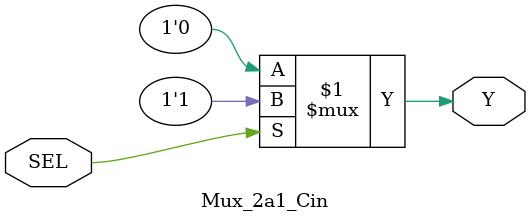
<source format=v>
`timescale 1ns / 1ps


module Mux_2a1_Cin(
    input SEL,
    output Y
    );
    
    assign Y = SEL ? 1'b1 : 1'b0;

endmodule

</source>
